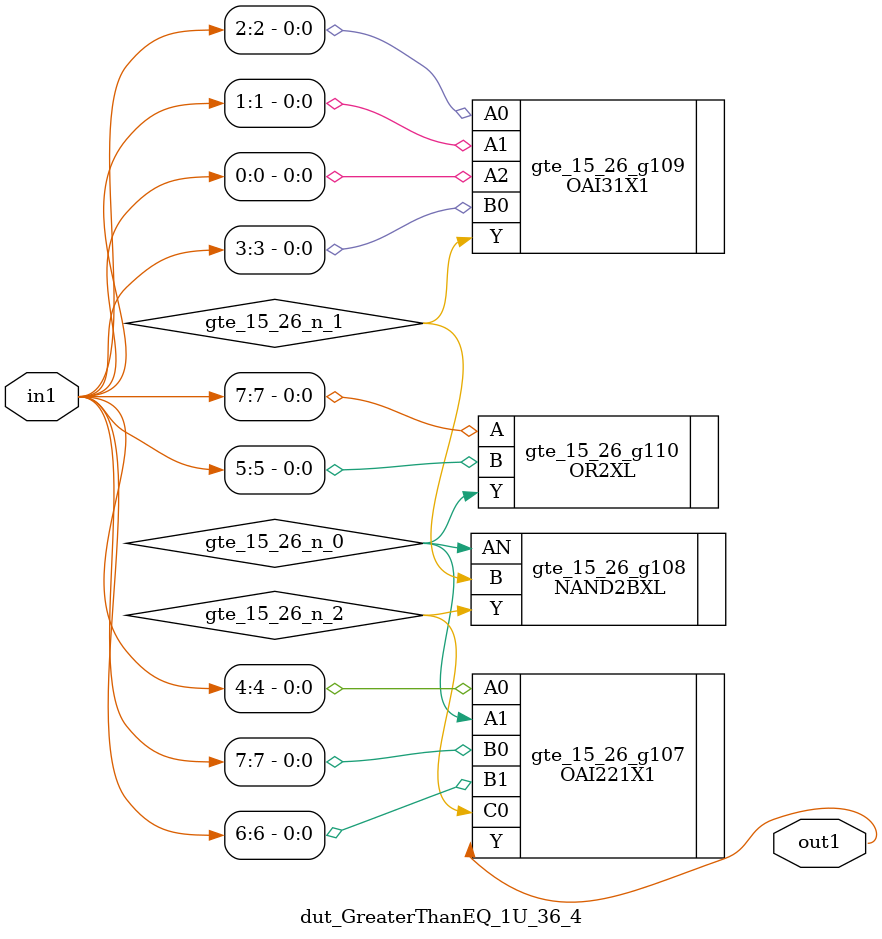
<source format=v>
`timescale 1ps / 1ps


module dut_GreaterThanEQ_1U_36_4(in1, out1);
  input [7:0] in1;
  output out1;
  wire [7:0] in1;
  wire out1;
  wire gte_15_26_n_0, gte_15_26_n_1, gte_15_26_n_2;
  OAI221X1 gte_15_26_g107(.A0 (in1[4]), .A1 (gte_15_26_n_0), .B0
       (in1[7]), .B1 (in1[6]), .C0 (gte_15_26_n_2), .Y (out1));
  NAND2BXL gte_15_26_g108(.AN (gte_15_26_n_0), .B (gte_15_26_n_1), .Y
       (gte_15_26_n_2));
  OAI31X1 gte_15_26_g109(.A0 (in1[2]), .A1 (in1[1]), .A2 (in1[0]), .B0
       (in1[3]), .Y (gte_15_26_n_1));
  OR2XL gte_15_26_g110(.A (in1[7]), .B (in1[5]), .Y (gte_15_26_n_0));
endmodule



</source>
